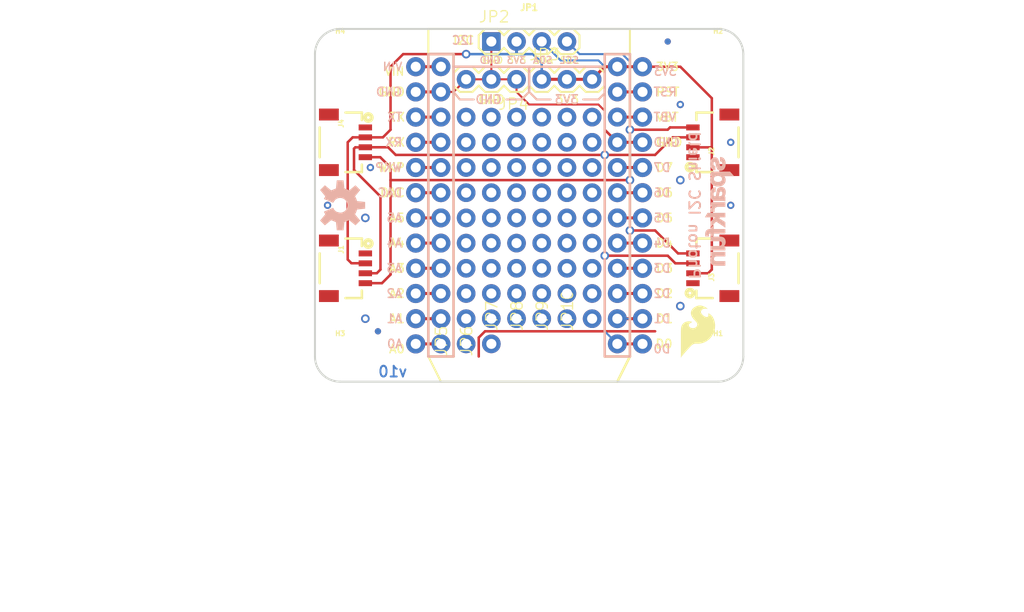
<source format=kicad_pcb>
(kicad_pcb (version 20211014) (generator pcbnew)
  (layers (0 "F.Cu" signal) (31 "B.Cu" signal) (34 "B.Paste" user) (35 "F.Paste" user) (36 "B.SilkS" user "B.Silkscreen") (37 "F.SilkS" user "F.Silkscreen") (38 "B.Mask" user) (39 "F.Mask" user) (44 "Edge.Cuts" user))
  (net 0 "")
  (net 1 "GND")
  (net 2 "VIN")
  (net 3 "TX")
  (net 4 "RX")
  (net 5 "WKP")
  (net 6 "DAC")
  (net 7 "A5")
  (net 8 "A4")
  (net 9 "A3")
  (net 10 "A2")
  (net 11 "A1")
  (net 12 "A0")
  (net 13 "RST")
  (net 14 "VBAT")
  (net 15 "D7")
  (net 16 "D6")
  (net 17 "D5")
  (net 18 "D4")
  (net 19 "D3")
  (net 20 "D2")
  (net 21 "SCL")
  (net 22 "SDA")
  (net 23 "VCC")
  (footprint "boardEagle:1X04_1MM_RA" (layer "F.Cu") (at 165.0111 111.3536 90)
    (fp_text reference "J3" (at -1.397 2.159 90) (layer "F.SilkS") (effects (font (size 0.48768 0.48768) (thickness 0.12192)) (justify left bottom)))
    (fp_text value "")
    (pad "1" smd rect (at -1.5 0 90) (size 0.6 1.35) (layers "F.Cu" "F.Paste" "F.Mask") (net 1 "GND"))
    (pad "2" smd rect (at -0.5 0 90) (size 0.6 1.35) (layers "F.Cu" "F.Paste" "F.Mask") (net 23 "VCC"))
    (pad "3" smd rect (at 0.5 0 90) (size 0.6 1.35) (layers "F.Cu" "F.Paste" "F.Mask") (net 22 "SDA"))
    (pad "4" smd rect (at 1.5 0 90) (size 0.6 1.35) (layers "F.Cu" "F.Paste" "F.Mask") (net 21 "SCL"))
    (pad "NC1" smd rect (at 2.8 3.675 90) (size 1.2 2) (layers "F.Cu" "F.Paste" "F.Mask"))
    (pad "NC2" smd rect (at -2.8 3.675 90) (size 1.2 2) (layers "F.Cu" "F.Paste" "F.Mask"))
  )
  (footprint "boardEagle:CREATIVE_COMMONS" (layer "F.Cu") (at 115.4811 143.1036)
    (fp_text reference "FRAME1" hide)
    (fp_text value "FRAME-LETTER" hide)
  )
  (footprint "boardEagle:PARTICLE_PHOTON_TEMPLATE_NO_STANDOFF" (layer "F.Cu") (at 148.5011 103.7336)
    (fp_text reference "JP1" (at 0 -18.288) (layer "F.SilkS") (effects (font (size 0.65024 0.65024) (thickness 0.16256)) (justify bottom)))
    (fp_text value "PARTICLE_PHOTONTEMPLATE_NO_STANDOFF")
    (fp_text user "D2" (at 12.446 10.16) (layer "B.SilkS") (effects (font (size 0.8636 0.8636) (thickness 0.1524)) (justify right mirror)))
    (fp_text user "3V3" (at 12.4968 -12.7) (layer "B.SilkS") (effects (font (size 0.82042 0.82042) (thickness 0.14478)) (justify right top mirror)))
    (fp_text user "D0" (at 12.446 15.24) (layer "B.SilkS") (effects (font (size 0.8636 0.8636) (thickness 0.1524)) (justify right top mirror)))
    (fp_text user "RST" (at 12.446 -10.16) (layer "B.SilkS") (effects (font (size 0.8636 0.8636) (thickness 0.1524)) (justify right mirror)))
    (fp_text user "D4" (at 12.446 5.08) (layer "B.SilkS") (effects (font (size 0.8636 0.8636) (thickness 0.1524)) (justify right mirror)))
    (fp_text user "D1" (at 12.446 12.7) (layer "B.SilkS") (effects (font (size 0.8636 0.8636) (thickness 0.1524)) (justify right mirror)))
    (fp_text user "A4" (at -12.7 5.08) (layer "B.SilkS") (effects (font (size 0.8636 0.8636) (thickness 0.1524)) (justify left mirror)))
    (fp_text user "D3" (at 12.446 7.62) (layer "B.SilkS") (effects (font (size 0.8636 0.8636) (thickness 0.1524)) (justify right mirror)))
    (fp_text user "GND" (at 12.446 -5.08) (layer "B.SilkS") (effects (font (size 0.8636 0.8636) (thickness 0.1524)) (justify right mirror)))
    (fp_text user "A3" (at -12.7 7.62) (layer "B.SilkS") (effects (font (size 0.8636 0.8636) (thickness 0.1524)) (justify left mirror)))
    (fp_text user "TX" (at -12.7 -7.62) (layer "B.SilkS") (effects (font (size 0.8636 0.8636) (thickness 0.1524)) (justify left mirror)))
    (fp_text user "GND" (at -12.7 -10.16) (layer "B.SilkS") (effects (font (size 0.8636 0.8636) (thickness 0.1524)) (justify left mirror)))
    (fp_text user "D6" (at 12.446 0) (layer "B.SilkS") (effects (font (size 0.8636 0.8636) (thickness 0.1524)) (justify right mirror)))
    (fp_text user "WKP" (at -12.7 -2.54) (layer "B.SilkS") (effects (font (size 0.8636 0.8636) (thickness 0.1524)) (justify left mirror)))
    (fp_text user "RX" (at -12.7 -5.08) (layer "B.SilkS") (effects (font (size 0.8636 0.8636) (thickness 0.1524)) (justify left mirror)))
    (fp_text user "VIN" (at -12.7 -12.7) (layer "B.SilkS") (effects (font (size 0.82042 0.82042) (thickness 0.14478)) (justify left mirror)))
    (fp_text user "A5" (at -12.7 2.54) (layer "B.SilkS") (effects (font (size 0.8636 0.8636) (thickness 0.1524)) (justify left mirror)))
    (fp_text user "DAC" (at -12.7 0) (layer "B.SilkS") (effects (font (size 0.8636 0.8636) (thickness 0.1524)) (justify left mirror)))
    (fp_text user "A1" (at -12.7 12.7) (layer "B.SilkS") (effects (font (size 0.8636 0.8636) (thickness 0.1524)) (justify left mirror)))
    (fp_text user "A0" (at -12.6492 15.24) (layer "B.SilkS") (effects (font (size 0.8636 0.8636) (thickness 0.1524)) (justify left mirror)))
    (fp_text user "D5" (at 12.446 2.54) (layer "B.SilkS") (effects (font (size 0.8636 0.8636) (thickness 0.1524)) (justify right mirror)))
    (fp_text user "D7" (at 12.446 -2.54) (layer "B.SilkS") (effects (font (size 0.8636 0.8636) (thickness 0.1524)) (justify right mirror)))
    (fp_text user "VBT" (at 12.446 -7.62) (layer "B.SilkS") (effects (font (size 0.8636 0.8636) (thickness 0.1524)) (justify right mirror)))
    (fp_text user "A2" (at -12.7 10.16) (layer "B.SilkS") (effects (font (size 0.8636 0.8636) (thickness 0.1524)) (justify left mirror)))
    (fp_text user "A1" (at -12.446 12.7) (layer "F.SilkS") (effects (font (size 0.8636 0.8636) (thickness 0.1524)) (justify right)))
    (fp_text user "A0" (at -12.446 15.24) (layer "F.SilkS") (effects (font (size 0.8636 0.8636) (thickness 0.1524)) (justify right top)))
    (fp_text user "GND" (at 12.7 -5.08) (layer "F.SilkS") (effects (font (size 0.8636 0.8636) (thickness 0.1524)) (justify left)))
    (fp_text user "TX" (at -12.446 -7.62) (layer "F.SilkS") (effects (font (size 0.8636 0.8636) (thickness 0.1524)) (justify right)))
    (fp_text user "D0" (at 12.6492 15.24) (layer "F.SilkS") (effects (font (size 0.8636 0.8636) (thickness 0.1524)) (justify left)))
    (fp_text user "RX" (at -12.446 -5.08) (layer "F.SilkS") (effects (font (size 0.8636 0.8636) (thickness 0.1524)) (justify right)))
    (fp_text user "DAC" (at -12.446 0) (layer "F.SilkS") (effects (font (size 0.8636 0.8636) (thickness 0.1524)) (justify right)))
    (fp_text user "RST" (at 12.7 -10.16) (layer "F.SilkS") (effects (font (size 0.8636 0.8636) (thickness 0.1524)) (justify left)))
    (fp_text user "A4" (at -12.446 5.08) (layer "F.SilkS") (effects (font (size 0.8636 0.8636) (thickness 0.1524)) (justify right)))
    (fp_text user "GND" (at -12.446 -10.16) (layer "F.SilkS") (effects (font (size 0.8636 0.8636) (thickness 0.1524)) (justify right)))
    (fp_text user "3V3" (at 12.7 -12.7) (layer "F.SilkS") (effects (font (size 0.82042 0.82042) (thickness 0.14478)) (justify left)))
    (fp_text user "VIN" (at -12.4968 -12.7) (layer "F.SilkS") (effects (font (size 0.82042 0.82042) (thickness 0.14478)) (justify right top)))
    (fp_text user "D2" (at 12.7 10.16) (layer "F.SilkS") (effects (font (size 0.8636 0.8636) (thickness 0.1524)) (justify left)))
    (fp_text user "D7" (at 12.7 -2.54) (layer "F.SilkS") (effects (font (size 0.8636 0.8636) (thickness 0.1524)) (justify left)))
    (fp_text user "D4" (at 12.7 5.08) (layer "F.SilkS") (effects (font (size 0.8636 0.8636) (thickness 0.1524)) (justify left)))
    (fp_text user "A2" (at -12.446 10.16) (layer "F.SilkS") (effects (font (size 0.8636 0.8636) (thickness 0.1524)) (justify right)))
    (fp_text user "D3" (at 12.7 7.62) (layer "F.SilkS") (effects (font (size 0.8636 0.8636) (thickness 0.1524)) (justify left)))
    (fp_text user "D5" (at 12.7 2.54) (layer "F.SilkS") (effects (font (size 0.8636 0.8636) (thickness 0.1524)) (justify left)))
    (fp_text user "VBT" (at 12.7 -7.62) (layer "F.SilkS") (effects (font (size 0.8636 0.8636) (thickness 0.1524)) (justify left)))
    (fp_text user "D1" (at 12.7 12.7) (layer "F.SilkS") (effects (font (size 0.8636 0.8636) (thickness 0.1524)) (justify left)))
    (fp_text user "D6" (at 12.7 0) (layer "F.SilkS") (effects (font (size 0.8636 0.8636) (thickness 0.1524)) (justify left)))
    (fp_text user "A5" (at -12.446 2.54) (layer "F.SilkS") (effects (font (size 0.8636 0.8636) (thickness 0.1524)) (justify right)))
    (fp_text user "WKP" (at -12.446 -2.54) (layer "F.SilkS") (effects (font (size 0.8636 0.8636) (thickness 0.1524)) (justify right)))
    (fp_text user "A3" (at -12.446 7.62) (layer "F.SilkS") (effects (font (size 0.8636 0.8636) (thickness 0.1524)) (justify right)))
    (fp_line (start 8.89 5.08) (end 11.43 5.08) (layer "F.Cu") (width 0.3048))
    (fp_line (start -11.43 12.7) (end -8.89 12.7) (layer "F.Cu") (width 0.3048))
    (fp_line (start -11.43 0) (end -8.89 0) (layer "F.Cu") (width 0.3048))
    (fp_line (start -11.43 -12.7) (end -8.89 -12.7) (layer "F.Cu") (width 0.3048))
    (fp_line (start 8.89 -12.7) (end 11.43 -12.7) (layer "F.Cu") (width 0.3048))
    (fp_line (start 8.89 2.54) (end 11.43 2.54) (layer "F.Cu") (width 0.3048))
    (fp_line (start -8.89 -10.16) (end -11.43 -10.16) (layer "F.Cu") (width 0.3048))
    (fp_line (start -11.43 7.62) (end -8.89 7.62) (layer "F.Cu") (width 0.3048))
    (fp_line (start -11.43 -7.62) (end -8.89 -7.62) (layer "F.Cu") (width 0.3048))
    (fp_line (start 8.89 15.24) (end 11.43 15.24) (layer "F.Cu") (width 0.3048))
    (fp_line (start 8.89 -7.62) (end 11.43 -7.62) (layer "F.Cu") (width 0.3048))
    (fp_line (start -11.43 -5.08) (end -8.89 -5.08) (layer "F.Cu") (width 0.3048))
    (fp_line (start 8.89 0) (end 11.43 0) (layer "F.Cu") (width 0.3048))
    (fp_line (start -11.43 -2.54) (end -8.89 -2.54) (layer "F.Cu") (width 0.3048))
    (fp_line (start -11.43 2.54) (end -8.89 2.54) (layer "F.Cu") (width 0.3048))
    (fp_line (start -11.43 5.08) (end -8.89 5.08) (layer "F.Cu") (width 0.3048))
    (fp_line (start 8.89 -2.54) (end 11.43 -2.54) (layer "F.Cu") (width 0.3048))
    (fp_line (start -11.43 15.24) (end -8.89 15.24) (layer "F.Cu") (width 0.3048))
    (fp_line (start 8.89 -10.16) (end 11.43 -10.16) (layer "F.Cu") (width 0.3048))
    (fp_line (start 8.89 12.7) (end 11.43 12.7) (layer "F.Cu") (width 0.3048))
    (fp_line (start 8.89 10.16) (end 11.43 10.16) (layer "F.Cu") (width 0.3048))
    (fp_line (start 8.89 -5.08) (end 11.43 -5.08) (layer "F.Cu") (width 0.3048))
    (fp_line (start -11.43 10.16) (end -8.89 10.16) (layer "F.Cu") (width 0.3048))
    (fp_line (start 8.89 7.62) (end 11.43 7.62) (layer "F.Cu") (width 0.3048))
    (pad "1" thru_hole circle (at -8.89 -12.7) (size 1.905 1.905) (drill 1.016) (layers *.Cu *.Mask) (net 2 "VIN"))
    (pad "2" thru_hole circle (at -8.89 -10.16) (size 1.905 1.905) (drill 1.016) (layers *.Cu *.Mask) (net 1 "GND"))
    (pad "3" thru_hole circle (at -8.89 -7.62) (size 1.905 1.905) (drill 1.016) (layers *.Cu *.Mask) (net 3 "TX"))
    (pad "3V3" thru_hole circle (at 11.43 -12.7 0.1) (size 1.9304 1.9304) (drill 1.016) (layers *.Cu *.Mask) (net 23 "VCC"))
    (pad "4" thru_hole circle (at -8.89 -5.08) (size 1.905 1.905) (drill 1.016) (layers *.Cu *.Mask) (net 4 "RX"))
    (pad "5" thru_hole circle (at -8.89 -2.54) (size 1.905 1.905) (drill 1.016) (layers *.Cu *.Mask) (net 5 "WKP"))
    (pad "6" thru_hole circle (at -8.89 0) (size 1.905 1.905) (drill 1.016) (layers *.Cu *.Mask) (net 6 "DAC"))
    (pad "7" thru_hole circle (at -8.89 2.54) (size 1.905 1.905) (drill 1.016) (layers *.Cu *.Mask) (net 7 "A5"))
    (pad "8" thru_hole circle (at -8.89 5.08) (size 1.905 1.905) (drill 1.016) (layers *.Cu *.Mask) (net 8 "A4"))
    (pad "9" thru_hole circle (at -8.89 7.62) (size 1.905 1.905) (drill 1.016) (layers *.Cu *.Mask) (net 9 "A3"))
    (pad "10" thru_hole circle (at -8.89 10.16) (size 1.905 1.905) (drill 1.016) (layers *.Cu *.Mask) (net 10 "A2"))
    (pad "11" thru_hole circle (at -8.89 12.7) (size 1.905 1.905) (drill 1.016) (layers *.Cu *.Mask) (net 11 "A1"))
    (pad "12" thru_hole circle (at -8.89 15.24) (size 1.905 1.905) (drill 1.016) (layers *.Cu *.Mask) (net 12 "A0"))
    (pad "13" thru_hole circle (at 8.89 15.24) (size 1.905 1.905) (drill 1.016) (layers *.Cu *.Mask) (net 22 "SDA"))
    (pad "14" thru_hole circle (at 8.89 12.7) (size 1.905 1.905) (drill 1.016) (layers *.Cu *.Mask) (net 21 "SCL"))
    (pad "15" thru_hole circle (at 8.89 10.16) (size 1.905 1.905) (drill 1.016) (layers *.Cu *.Mask) (net 20 "D2"))
    (pad "16" thru_hole circle (at 8.89 7.62) (size 1.905 1.905) (drill 1.016) (layers *.Cu *.Mask) (net 19 "D3"))
    (pad "17" thru_hole circle (at 8.89 5.08) (size 1.905 1.905) (drill 1.016) (layers *.Cu *.Mask) (net 18 "D4"))
    (pad "18" thru_hole circle (at 8.89 2.54) (size 1.905 1.905) (drill 1.016) (layers *.Cu *.Mask) (net 17 "D5"))
    (pad "19" thru_hole circle (at 8.89 0) (size 1.905 1.905) (drill 1.016) (layers *.Cu *.Mask) (net 16 "D6"))
    (pad "20" thru_hole circle (at 8.89 -2.54) (size 1.905 1.905) (drill 1.016) (layers *.Cu *.Mask) (net 15 "D7"))
    (pad "21" thru_hole circle (at 8.89 -5.08) (size 1.905 1.905) (drill 1.016) (layers *.Cu *.Mask) (net 1 "GND"))
    (pad "22" thru_hole circle (at 8.89 -7.62) (size 1.905 1.905) (drill 1.016) (layers *.Cu *.Mask) (net 14 "VBAT"))
    (pad "23" thru_hole circle (at 8.89 -10.16) (size 1.905 1.905) (drill 1.016) (layers *.Cu *.Mask) (net 13 "RST"))
    (pad "24" thru_hole circle (at 8.89 -12.7) (size 1.905 1.905) (drill 1.016) (layers *.Cu *.Mask) (net 23 "VCC"))
    (pad "A0" thru_hole circle (at -11.43 15.24 0.1) (size 1.9304 1.9304) (drill 1.016) (layers *.Cu *.Mask) (net 12 "A0"))
    (pad "A1" thru_hole circle (at -11.43 12.7 0.1) (size 1.9304 1.9304) (drill 1.016) (layers *.Cu *.Mask) (net 11 "A1"))
    (pad "A2" thru_hole circle (at -11.43 10.16 0.1) (size 1.9304 1.9304) (drill 1.016) (layers *.Cu *.Mask) (net 10 "A2"))
    (pad "A3" thru_hole circle (at -11.43 7.62 0.1) (size 1.9304 1.9304) (drill 1.016) (layers *.Cu *.Mask) (net 9 "A3"))
    (pad "A4" thru_hole circle (at -11.43 5.08 0.1) (size 1.9304 1.9304) (drill 1.016) (layers *.Cu *.Mask) (net 8 "A4"))
    (pad "A5" thru_hole circle (at -11.43 2.54 0.1) (size 1.9304 1.9304) (drill 1.016) (layers *.Cu *.Mask) (net 7 "A5"))
    (pad "D0" thru_hole circle (at 11.43 15.24 0.1) (size 1.9304 1.9304) (drill 1.016) (layers *.Cu *.Mask) (net 22 "SDA"))
    (pad "D1" thru_hole circle (at 11.43 12.7 0.1) (size 1.9304 1.9304) (drill 1.016) (layers *.Cu *.Mask) (net 21 "SCL"))
    (pad "D2" thru_hole circle (at 11.43 10.16 0.1) (size 1.9304 1.9304) (drill 1.016) (layers *.Cu *.Mask) (net 20 "D2"))
    (pad "D3" thru_hole circle (at 11.43 7.62 0.1) (size 1.9304 1.9304) (drill 1.016) (layers *.Cu *.Mask) (net 19 "D3"))
    (pad "D4" thru_hole circle (at 11.43 5.08 0.1) (size 1.9304 1.9304) (drill 1.016) (layers *.Cu *.Mask) (net 18 "D4"))
    (pad "D5" thru_hole circle (at 11.43 2.54 0.1) (size 1.9304 1.9304) (drill 1.016) (layers *.Cu *.Mask) (net 17 "D5"))
    (pad "D6" thru_hole circle (at 11.43 0 0.1) (size 1.9304 1.9304) (drill 1.016) (layers *.Cu *.Mask) (net 16 "D6"))
    (pad "D7" thru_hole circle (at 11.43 -2.54 0.1) (size 1.9304 1.9304) (drill 1.016) (layers *.Cu *.Mask) (net 15 "D7"))
    (pad "DAC" thru_hole circle (at -11.43 0 0.1) (size 1.9304 1.9304) (drill 1.016) (layers *.Cu *.Mask) (net 6 "DAC"))
    (pad "GND@0" thru_hole circle (at -11.43 -10.16 0.1) (size 1.9304 1.9304) (drill 1.016) (layers *.Cu *.Mask) (net 1 "GND"))
    (pad "GND@2" thru_hole circle (at 11.43 -5.08 0.1) (size 1.9304 1.9304) (drill 1.016) (layers *.Cu *.Mask) (net 1 "GND"))
    (pad "RST" thru_hole circle (at 11.43 -10.16 0.1) (size 1.9304 1.9304) (drill 1.016) (layers *.Cu *.Mask) (net 13 "RST"))
    (pad "RX" thru_hole circle (at -11.43 -5.08 0.1) (size 1.9304 1.9304) (drill 1.016) (layers *.Cu *.Mask) (net 4 "RX"))
    (pad "TX" thru_hole circle (at -11.43 -7.62 0.1) (size 1.9304 1.9304) (drill 1.016) (layers *.Cu *.Mask) (net 3 "TX"))
    (pad "VBAT" thru_hole circle (at 11.43 -7.62 0.1) (size 1.9304 1.9304) (drill 1.016) (layers *.Cu *.Mask) (net 14 "VBAT"))
    (pad "VIN" thru_hole circle (at -11.43 -12.7 0.1) (size 1.9304 1.9304) (drill 1.016) (layers *.Cu *.Mask) (net 2 "VIN"))
    (pad "WKP" thru_hole circle (at -11.43 -2.54 0.1) (size 1.9304 1.9304) (drill 1.016) (layers *.Cu *.Mask) (net 5 "WKP"))
  )
  (footprint "boardEagle:FIDUCIAL-MICRO" (layer "F.Cu") (at 133.2611 117.7036)
    (fp_text reference "FD1" hide)
    (fp_text value "FIDUCIALUFIDUCIAL" hide)
    (pad "1" smd roundrect (at 0 0) (size 0.635 0.635) (layers "F.Cu" "F.Mask") (roundrect_rratio 0.5))
  )
  (footprint "boardEagle:STAND-OFF" (layer "F.Cu") (at 167.5511 120.2436)
    (fp_text reference "H1" (at 0 -2.032) (layer "F.SilkS") (effects (font (size 0.48768 0.48768) (thickness 0.12192)) (justify bottom)))
    (fp_text value "STAND-OFF")
    (pad "" np_thru_hole circle (at 0 0) (size 3.302 3.302) (drill 3.302) (layers *.Cu *.Mask))
  )
  (footprint "boardEagle:REVISION" (layer "F.Cu") (at 126.9111 145.6436)
    (fp_text reference "LOGO2" hide)
    (fp_text value "REVISION" hide)
  )
  (footprint "boardEagle:1X09_NO_SILK" (layer "F.Cu") (at 154.8511 116.4336 90)
    (fp_text reference "JP10" (at -1.3462 -1.8288 90) (layer "F.SilkS") (effects (font (size 1.143 1.143) (thickness 0.127)) (justify left bottom)))
    (fp_text value "")
    (pad "1" thru_hole circle (at 0 0 180) (size 1.8796 1.8796) (drill 1.016) (layers *.Cu *.Mask))
    (pad "2" thru_hole circle (at 2.54 0 180) (size 1.8796 1.8796) (drill 1.016) (layers *.Cu *.Mask))
    (pad "3" thru_hole circle (at 5.08 0 180) (size 1.8796 1.8796) (drill 1.016) (layers *.Cu *.Mask))
    (pad "4" thru_hole circle (at 7.62 0 180) (size 1.8796 1.8796) (drill 1.016) (layers *.Cu *.Mask))
    (pad "5" thru_hole circle (at 10.16 0 180) (size 1.8796 1.8796) (drill 1.016) (layers *.Cu *.Mask))
    (pad "6" thru_hole circle (at 12.7 0 180) (size 1.8796 1.8796) (drill 1.016) (layers *.Cu *.Mask))
    (pad "7" thru_hole circle (at 15.24 0 180) (size 1.8796 1.8796) (drill 1.016) (layers *.Cu *.Mask))
    (pad "8" thru_hole circle (at 17.78 0 180) (size 1.8796 1.8796) (drill 1.016) (layers *.Cu *.Mask))
    (pad "9" thru_hole circle (at 20.32 0 180) (size 1.8796 1.8796) (drill 1.016) (layers *.Cu *.Mask))
  )
  (footprint "boardEagle:1X10_NO_SILK" (layer "F.Cu") (at 142.1511 118.9736 90)
    (fp_text reference "JP5" (at -1.3462 -1.8288 90) (layer "F.SilkS") (effects (font (size 1.143 1.143) (thickness 0.127)) (justify left bottom)))
    (fp_text value "")
    (pad "1" thru_hole circle (at 0 0 180) (size 1.8796 1.8796) (drill 1.016) (layers *.Cu *.Mask))
    (pad "2" thru_hole circle (at 2.54 0 180) (size 1.8796 1.8796) (drill 1.016) (layers *.Cu *.Mask))
    (pad "3" thru_hole circle (at 5.08 0 180) (size 1.8796 1.8796) (drill 1.016) (layers *.Cu *.Mask))
    (pad "4" thru_hole circle (at 7.62 0 180) (size 1.8796 1.8796) (drill 1.016) (layers *.Cu *.Mask))
    (pad "5" thru_hole circle (at 10.16 0 180) (size 1.8796 1.8796) (drill 1.016) (layers *.Cu *.Mask))
    (pad "6" thru_hole circle (at 12.7 0 180) (size 1.8796 1.8796) (drill 1.016) (layers *.Cu *.Mask))
    (pad "7" thru_hole circle (at 15.24 0 180) (size 1.8796 1.8796) (drill 1.016) (layers *.Cu *.Mask))
    (pad "8" thru_hole circle (at 17.78 0 180) (size 1.8796 1.8796) (drill 1.016) (layers *.Cu *.Mask))
    (pad "9" thru_hole circle (at 20.32 0 180) (size 1.8796 1.8796) (drill 1.016) (layers *.Cu *.Mask))
    (pad "10" thru_hole circle (at 22.86 0 180) (size 1.8796 1.8796) (drill 1.016) (layers *.Cu *.Mask))
  )
  (footprint "boardEagle:1X03" (layer "F.Cu") (at 147.2311 92.3036 180)
    (fp_text reference "JP4" (at -1.3462 -1.8288 180) (layer "F.SilkS") (effects (font (size 1.143 1.143) (thickness 0.127)) (justify right top)))
    (fp_text value "")
    (pad "1" thru_hole circle (at 0 0 270) (size 1.8796 1.8796) (drill 1.016) (layers *.Cu *.Mask) (net 1 "GND"))
    (pad "2" thru_hole circle (at 2.54 0 270) (size 1.8796 1.8796) (drill 1.016) (layers *.Cu *.Mask) (net 1 "GND"))
    (pad "3" thru_hole circle (at 5.08 0 270) (size 1.8796 1.8796) (drill 1.016) (layers *.Cu *.Mask) (net 1 "GND"))
  )
  (footprint "boardEagle:SFE_LOGO_FLAME_.2" (layer "F.Cu") (at 163.4871 120.4976)
    (fp_text reference "U$1" hide)
    (fp_text value "" hide)
  )
  (footprint "boardEagle:1X04" (layer "F.Cu") (at 144.6911 88.4936)
    (fp_text reference "JP2" (at -1.3462 -1.8288) (layer "F.SilkS") (effects (font (size 1.143 1.143) (thickness 0.127)) (justify left bottom)))
    (fp_text value "")
    (pad "1" thru_hole rect (at 0 0 90) (size 1.8796 1.8796) (drill 1.016) (layers *.Cu *.Mask) (net 1 "GND"))
    (pad "2" thru_hole circle (at 2.54 0 90) (size 1.8796 1.8796) (drill 1.016) (layers *.Cu *.Mask) (net 23 "VCC"))
    (pad "3" thru_hole circle (at 5.08 0 90) (size 1.8796 1.8796) (drill 1.016) (layers *.Cu *.Mask) (net 22 "SDA"))
    (pad "4" thru_hole circle (at 7.62 0 90) (size 1.8796 1.8796) (drill 1.016) (layers *.Cu *.Mask) (net 21 "SCL"))
  )
  (footprint "boardEagle:STAND-OFF" (layer "F.Cu") (at 129.4511 120.2436)
    (fp_text reference "H3" (at 0 -2.032) (layer "F.SilkS") (effects (font (size 0.48768 0.48768) (thickness 0.12192)) (justify bottom)))
    (fp_text value "STAND-OFF")
    (pad "" np_thru_hole circle (at 0 0) (size 3.302 3.302) (drill 3.302) (layers *.Cu *.Mask))
  )
  (footprint "boardEagle:1X03" (layer "F.Cu") (at 149.7711 92.3036)
    (fp_text reference "JP3" (at -1.3462 -1.8288) (layer "F.SilkS") (effects (font (size 1.143 1.143) (thickness 0.127)) (justify left bottom)))
    (fp_text value "")
    (pad "1" thru_hole circle (at 0 0 90) (size 1.8796 1.8796) (drill 1.016) (layers *.Cu *.Mask) (net 23 "VCC"))
    (pad "2" thru_hole circle (at 2.54 0 90) (size 1.8796 1.8796) (drill 1.016) (layers *.Cu *.Mask) (net 23 "VCC"))
    (pad "3" thru_hole circle (at 5.08 0 90) (size 1.8796 1.8796) (drill 1.016) (layers *.Cu *.Mask) (net 23 "VCC"))
  )
  (footprint "boardEagle:1X09_NO_SILK" (layer "F.Cu") (at 152.3111 116.4336 90)
    (fp_text reference "JP9" (at -1.3462 -1.8288 90) (layer "F.SilkS") (effects (font (size 1.143 1.143) (thickness 0.127)) (justify left bottom)))
    (fp_text value "")
    (pad "1" thru_hole circle (at 0 0 180) (size 1.8796 1.8796) (drill 1.016) (layers *.Cu *.Mask))
    (pad "2" thru_hole circle (at 2.54 0 180) (size 1.8796 1.8796) (drill 1.016) (layers *.Cu *.Mask))
    (pad "3" thru_hole circle (at 5.08 0 180) (size 1.8796 1.8796) (drill 1.016) (layers *.Cu *.Mask))
    (pad "4" thru_hole circle (at 7.62 0 180) (size 1.8796 1.8796) (drill 1.016) (layers *.Cu *.Mask))
    (pad "5" thru_hole circle (at 10.16 0 180) (size 1.8796 1.8796) (drill 1.016) (layers *.Cu *.Mask))
    (pad "6" thru_hole circle (at 12.7 0 180) (size 1.8796 1.8796) (drill 1.016) (layers *.Cu *.Mask))
    (pad "7" thru_hole circle (at 15.24 0 180) (size 1.8796 1.8796) (drill 1.016) (layers *.Cu *.Mask))
    (pad "8" thru_hole circle (at 17.78 0 180) (size 1.8796 1.8796) (drill 1.016) (layers *.Cu *.Mask))
    (pad "9" thru_hole circle (at 20.32 0 180) (size 1.8796 1.8796) (drill 1.016) (layers *.Cu *.Mask))
  )
  (footprint "boardEagle:1X04_1MM_RA" (layer "F.Cu") (at 165.0111 98.6536 90)
    (fp_text reference "J2" (at -1.397 2.159 90) (layer "F.SilkS") (effects (font (size 0.48768 0.48768) (thickness 0.12192)) (justify left bottom)))
    (fp_text value "")
    (pad "1" smd rect (at -1.5 0 90) (size 0.6 1.35) (layers "F.Cu" "F.Paste" "F.Mask") (net 1 "GND"))
    (pad "2" smd rect (at -0.5 0 90) (size 0.6 1.35) (layers "F.Cu" "F.Paste" "F.Mask") (net 23 "VCC"))
    (pad "3" smd rect (at 0.5 0 90) (size 0.6 1.35) (layers "F.Cu" "F.Paste" "F.Mask") (net 22 "SDA"))
    (pad "4" smd rect (at 1.5 0 90) (size 0.6 1.35) (layers "F.Cu" "F.Paste" "F.Mask") (net 21 "SCL"))
    (pad "NC1" smd rect (at 2.8 3.675 90) (size 1.2 2) (layers "F.Cu" "F.Paste" "F.Mask"))
    (pad "NC2" smd rect (at -2.8 3.675 90) (size 1.2 2) (layers "F.Cu" "F.Paste" "F.Mask"))
  )
  (footprint "boardEagle:FIDUCIAL-MICRO" (layer "F.Cu") (at 162.4711 88.4936)
    (fp_text reference "FD3" hide)
    (fp_text value "FIDUCIALUFIDUCIAL" hide)
    (pad "1" smd roundrect (at 0 0) (size 0.635 0.635) (layers "F.Cu" "F.Mask") (roundrect_rratio 0.5))
  )
  (footprint "boardEagle:STAND-OFF" (layer "F.Cu") (at 167.5511 89.7636)
    (fp_text reference "H2" (at 0 -2.032) (layer "F.SilkS") (effects (font (size 0.48768 0.48768) (thickness 0.12192)) (justify bottom)))
    (fp_text value "STAND-OFF")
    (pad "" np_thru_hole circle (at 0 0) (size 3.302 3.302) (drill 3.302) (layers *.Cu *.Mask))
  )
  (footprint "boardEagle:1X10_NO_SILK" (layer "F.Cu") (at 144.6911 118.9736 90)
    (fp_text reference "JP6" (at -1.3462 -1.8288 90) (layer "F.SilkS") (effects (font (size 1.143 1.143) (thickness 0.127)) (justify left bottom)))
    (fp_text value "")
    (pad "1" thru_hole circle (at 0 0 180) (size 1.8796 1.8796) (drill 1.016) (layers *.Cu *.Mask))
    (pad "2" thru_hole circle (at 2.54 0 180) (size 1.8796 1.8796) (drill 1.016) (layers *.Cu *.Mask))
    (pad "3" thru_hole circle (at 5.08 0 180) (size 1.8796 1.8796) (drill 1.016) (layers *.Cu *.Mask))
    (pad "4" thru_hole circle (at 7.62 0 180) (size 1.8796 1.8796) (drill 1.016) (layers *.Cu *.Mask))
    (pad "5" thru_hole circle (at 10.16 0 180) (size 1.8796 1.8796) (drill 1.016) (layers *.Cu *.Mask))
    (pad "6" thru_hole circle (at 12.7 0 180) (size 1.8796 1.8796) (drill 1.016) (layers *.Cu *.Mask))
    (pad "7" thru_hole circle (at 15.24 0 180) (size 1.8796 1.8796) (drill 1.016) (layers *.Cu *.Mask))
    (pad "8" thru_hole circle (at 17.78 0 180) (size 1.8796 1.8796) (drill 1.016) (layers *.Cu *.Mask))
    (pad "9" thru_hole circle (at 20.32 0 180) (size 1.8796 1.8796) (drill 1.016) (layers *.Cu *.Mask))
    (pad "10" thru_hole circle (at 22.86 0 180) (size 1.8796 1.8796) (drill 1.016) (layers *.Cu *.Mask))
  )
  (footprint "boardEagle:STAND-OFF" (layer "F.Cu") (at 129.4511 89.7636)
    (fp_text reference "H4" (at 0 -2.032) (layer "F.SilkS") (effects (font (size 0.48768 0.48768) (thickness 0.12192)) (justify bottom)))
    (fp_text value "STAND-OFF")
    (pad "" np_thru_hole circle (at 0 0) (size 3.302 3.302) (drill 3.302) (layers *.Cu *.Mask))
  )
  (footprint "boardEagle:1X04_1MM_RA" (layer "F.Cu") (at 131.9911 98.6536 -90)
    (fp_text reference "J4" (at -1.397 2.159 -90) (layer "F.SilkS") (effects (font (size 0.48768 0.48768) (thickness 0.12192)) (justify left bottom)))
    (fp_text value "")
    (pad "1" smd rect (at -1.5 0 270) (size 0.6 1.35) (layers "F.Cu" "F.Paste" "F.Mask") (net 1 "GND"))
    (pad "2" smd rect (at -0.5 0 270) (size 0.6 1.35) (layers "F.Cu" "F.Paste" "F.Mask") (net 23 "VCC"))
    (pad "3" smd rect (at 0.5 0 270) (size 0.6 1.35) (layers "F.Cu" "F.Paste" "F.Mask") (net 22 "SDA"))
    (pad "4" smd rect (at 1.5 0 270) (size 0.6 1.35) (layers "F.Cu" "F.Paste" "F.Mask") (net 21 "SCL"))
    (pad "NC1" smd rect (at 2.8 3.675 270) (size 1.2 2) (layers "F.Cu" "F.Paste" "F.Mask"))
    (pad "NC2" smd rect (at -2.8 3.675 270) (size 1.2 2) (layers "F.Cu" "F.Paste" "F.Mask"))
  )
  (footprint "boardEagle:1X04_1MM_RA" (layer "F.Cu") (at 131.9911 111.3536 -90)
    (fp_text reference "J1" (at -1.397 2.159 -90) (layer "F.SilkS") (effects (font (size 0.48768 0.48768) (thickness 0.12192)) (justify left bottom)))
    (fp_text value "")
    (pad "1" smd rect (at -1.5 0 270) (size 0.6 1.35) (layers "F.Cu" "F.Paste" "F.Mask") (net 1 "GND"))
    (pad "2" smd rect (at -0.5 0 270) (size 0.6 1.35) (layers "F.Cu" "F.Paste" "F.Mask") (net 23 "VCC"))
    (pad "3" smd rect (at 0.5 0 270) (size 0.6 1.35) (layers "F.Cu" "F.Paste" "F.Mask") (net 22 "SDA"))
    (pad "4" smd rect (at 1.5 0 270) (size 0.6 1.35) (layers "F.Cu" "F.Paste" "F.Mask") (net 21 "SCL"))
    (pad "NC1" smd rect (at 2.8 3.675 270) (size 1.2 2) (layers "F.Cu" "F.Paste" "F.Mask"))
    (pad "NC2" smd rect (at -2.8 3.675 270) (size 1.2 2) (layers "F.Cu" "F.Paste" "F.Mask"))
  )
  (footprint "boardEagle:1X09_NO_SILK" (layer "F.Cu") (at 149.7711 116.4336 90)
    (fp_text reference "JP8" (at -1.3462 -1.8288 90) (layer "F.SilkS") (effects (font (size 1.143 1.143) (thickness 0.127)) (justify left bottom)))
    (fp_text value "")
    (pad "1" thru_hole circle (at 0 0 180) (size 1.8796 1.8796) (drill 1.016) (layers *.Cu *.Mask))
    (pad "2" thru_hole circle (at 2.54 0 180) (size 1.8796 1.8796) (drill 1.016) (layers *.Cu *.Mask))
    (pad "3" thru_hole circle (at 5.08 0 180) (size 1.8796 1.8796) (drill 1.016) (layers *.Cu *.Mask))
    (pad "4" thru_hole circle (at 7.62 0 180) (size 1.8796 1.8796) (drill 1.016) (layers *.Cu *.Mask))
    (pad "5" thru_hole circle (at 10.16 0 180) (size 1.8796 1.8796) (drill 1.016) (layers *.Cu *.Mask))
    (pad "6" thru_hole circle (at 12.7 0 180) (size 1.8796 1.8796) (drill 1.016) (layers *.Cu *.Mask))
    (pad "7" thru_hole circle (at 15.24 0 180) (size 1.8796 1.8796) (drill 1.016) (layers *.Cu *.Mask))
    (pad "8" thru_hole circle (at 17.78 0 180) (size 1.8796 1.8796) (drill 1.016) (layers *.Cu *.Mask))
    (pad "9" thru_hole circle (at 20.32 0 180) (size 1.8796 1.8796) (drill 1.016) (layers *.Cu *.Mask))
  )
  (footprint "boardEagle:1X09_NO_SILK" (layer "F.Cu") (at 147.2311 116.4336 90)
    (fp_text reference "JP7" (at -1.3462 -1.8288 90) (layer "F.SilkS") (effects (font (size 1.143 1.143) (thickness 0.127)) (justify left bottom)))
    (fp_text value "")
    (pad "1" thru_hole circle (at 0 0 180) (size 1.8796 1.8796) (drill 1.016) (layers *.Cu *.Mask))
    (pad "2" thru_hole circle (at 2.54 0 180) (size 1.8796 1.8796) (drill 1.016) (layers *.Cu *.Mask))
    (pad "3" thru_hole circle (at 5.08 0 180) (size 1.8796 1.8796) (drill 1.016) (layers *.Cu *.Mask))
    (pad "4" thru_hole circle (at 7.62 0 180) (size 1.8796 1.8796) (drill 1.016) (layers *.Cu *.Mask))
    (pad "5" thru_hole circle (at 10.16 0 180) (size 1.8796 1.8796) (drill 1.016) (layers *.Cu *.Mask))
    (pad "6" thru_hole circle (at 12.7 0 180) (size 1.8796 1.8796) (drill 1.016) (layers *.Cu *.Mask))
    (pad "7" thru_hole circle (at 15.24 0 180) (size 1.8796 1.8796) (drill 1.016) (layers *.Cu *.Mask))
    (pad "8" thru_hole circle (at 17.78 0 180) (size 1.8796 1.8796) (drill 1.016) (layers *.Cu *.Mask))
    (pad "9" thru_hole circle (at 20.32 0 180) (size 1.8796 1.8796) (drill 1.016) (layers *.Cu *.Mask))
  )
  (footprint "boardEagle:OSHW-LOGO-M" (layer "B.Cu") (at 129.4511 105.0036 90)
    (fp_text reference "LOGO1" hide)
    (fp_text value "OSHW-LOGOM" hide)
  )
  (footprint "boardEagle:FIDUCIAL-MICRO" (layer "B.Cu") (at 162.4711 88.4936 180)
    (fp_text reference "FD4" hide)
    (fp_text value "FIDUCIALUFIDUCIAL" hide)
    (pad "1" smd roundrect (at 0 0 180) (size 0.635 0.635) (layers "B.Cu" "B.Mask") (roundrect_rratio 0.5))
  )
  (footprint "boardEagle:SFE_LOGO_NAME_.1" (layer "B.Cu") (at 169.5831 99.6696 -90)
    (fp_text reference "U$4" hide)
    (fp_text value "SFE_LOGO_NAME.1_INCH" hide)
  )
  (footprint "boardEagle:FIDUCIAL-MICRO" (layer "B.Cu") (at 133.2611 117.7036 180)
    (fp_text reference "FD2" hide)
    (fp_text value "FIDUCIALUFIDUCIAL" hide)
    (pad "1" smd roundrect (at 0 0 180) (size 0.635 0.635) (layers "B.Cu" "B.Mask") (roundrect_rratio 0.5))
  )
  (gr_line (start 153.9621 94.3356) (end 155.4861 94.3356) (layer "B.SilkS") (width 0.2032))
  (gr_line (start 140.8811 91.0336) (end 140.8811 89.7636) (layer "B.SilkS") (width 0.254))
  (gr_line (start 156.1211 91.0336) (end 156.1211 120.2436) (layer "B.SilkS") (width 0.254))
  (gr_line (start 138.3411 120.2436) (end 140.8811 120.2436) (layer "B.SilkS") (width 0.254))
  (gr_line (start 138.3411 89.7636) (end 138.3411 120.2436) (layer "B.SilkS") (width 0.254))
  (gr_line (start 149.2631 94.3356) (end 148.6281 93.7006) (layer "B.SilkS") (width 0.2032))
  (gr_line (start 156.1211 91.0336) (end 148.5011 91.0336) (layer "B.SilkS") (width 0.254))
  (gr_line (start 156.1211 89.7636) (end 156.1211 91.0336) (layer "B.SilkS") (width 0.254))
  (gr_line (start 140.8811 120.2436) (end 140.8811 93.5736) (layer "B.SilkS") (width 0.254))
  (gr_line (start 141.5161 94.3356) (end 140.8811 93.5736) (layer "B.SilkS") (width 0.2032))
  (gr_line (start 148.5011 93.5736) (end 148.5011 91.0336) (layer "B.SilkS") (width 0.254))
  (gr_line (start 156.1211 120.2436) (end 158.6611 120.2436) (layer "B.SilkS") (width 0.254))
  (gr_line (start 147.7391 94.3356) (end 148.3741 93.7006) (layer "B.SilkS") (width 0.2032))
  (gr_line (start 158.6611 120.2436) (end 158.6611 89.7636) (layer "B.SilkS") (width 0.254))
  (gr_line (start 140.8811 91.0336) (end 140.8811 93.5736) (layer "B.SilkS") (width 0.254))
  (gr_line (start 146.2151 94.3356) (end 147.7391 94.3356) (layer "B.SilkS") (width 0.2032))
  (gr_line (start 142.9131 94.3356) (end 141.5161 94.3356) (layer "B.SilkS") (width 0.2032))
  (gr_line (start 155.4861 94.3356) (end 156.1211 93.7006) (layer "B.SilkS") (width 0.2032))
  (gr_line (start 150.6601 94.3356) (end 149.2631 94.3356) (layer "B.SilkS") (width 0.2032))
  (gr_line (start 140.8811 89.7636) (end 138.3411 89.7636) (layer "B.SilkS") (width 0.254))
  (gr_line (start 158.6611 89.7636) (end 156.1211 89.7636) (layer "B.SilkS") (width 0.254))
  (gr_line (start 148.5011 91.0336) (end 140.8811 91.0336) (layer "B.SilkS") (width 0.254))
  (gr_line (start 150.6601 94.3356) (end 149.2631 94.3356) (layer "F.SilkS") (width 0.2032))
  (gr_line (start 155.4861 94.3356) (end 156.1211 93.7006) (layer "F.SilkS") (width 0.2032))
  (gr_line (start 158.6611 120.2436) (end 158.6611 89.7636) (layer "F.SilkS") (width 0.254))
  (gr_line (start 158.6611 89.7636) (end 156.1211 89.7636) (layer "F.SilkS") (width 0.254))
  (gr_line (start 156.1211 120.2436) (end 158.6611 120.2436) (layer "F.SilkS") (width 0.254))
  (gr_line (start 147.7391 94.3356) (end 148.3741 93.7006) (layer "F.SilkS") (width 0.2032))
  (gr_line (start 142.1511 91.0336) (end 154.3431 91.0336) (layer "F.SilkS") (width 0.2032))
  (gr_line (start 141.5161 94.3356) (end 140.8811 93.5736) (layer "F.SilkS") (width 0.2032))
  (gr_line (start 156.1211 89.7636) (end 156.1211 120.2436) (layer "F.SilkS") (width 0.254))
  (gr_line (start 138.3411 89.7636) (end 140.8811 89.7636) (layer "F.SilkS") (width 0.254))
  (gr_line (start 142.9131 94.3356) (end 141.5161 94.3356) (layer "F.SilkS") (width 0.2032))
  (gr_line (start 154.3431 87.2236) (end 154.2161 87.2236) (layer "F.SilkS") (width 0.2032))
  (gr_line (start 140.8811 89.7636) (end 140.8811 120.2436) (layer "F.SilkS") (width 0.254))
  (gr_line (start 153.9621 94.3356) (end 155.4861 94.3356) (layer "F.SilkS") (width 0.2032))
  (gr_line (start 138.3411 120.2436) (end 138.3411 89.7636) (layer "F.SilkS") (width 0.254))
  (gr_line (start 149.2631 94.3356) (end 148.6281 93.7006) (layer "F.SilkS") (width 0.2032))
  (gr_line (start 140.8811 120.2436) (end 138.3411 120.2436) (layer "F.SilkS") (width 0.254))
  (gr_line (start 146.2151 94.3356) (end 147.7391 94.3356) (layer "F.SilkS") (width 0.2032))
  (gr_line (start 167.5511 122.7836) (end 129.4511 122.7836) (layer "Edge.Cuts") (width 0.2032))
  (gr_line (start 126.9111 120.2436) (end 126.9111 89.7636) (layer "Edge.Cuts") (width 0.2032))
  (gr_arc (start 167.5511 87.2236) (mid 169.347151 87.967549) (end 170.0911 89.7636) (layer "Edge.Cuts") (width 0.2032))
  (gr_arc (start 126.9111 89.7636) (mid 127.655049 87.967549) (end 129.4511 87.2236) (layer "Edge.Cuts") (width 0.2032))
  (gr_arc (start 170.0911 120.2436) (mid 169.347151 122.039651) (end 167.5511 122.7836) (layer "Edge.Cuts") (width 0.2032))
  (gr_arc (start 129.4511 122.7836) (mid 127.655049 122.039651) (end 126.9111 120.2436) (layer "Edge.Cuts") (width 0.2032))
  (gr_line (start 129.4511 87.2236) (end 167.5511 87.2236) (layer "Edge.Cuts") (width 0.2032))
  (gr_line (start 170.0911 89.7636) (end 170.0911 120.2436) (layer "Edge.Cuts") (width 0.2032))
  (gr_text "v10" (at 136.3091 122.4026) (layer "B.Cu") (effects (font (size 1.0795 1.0795) (thickness 0.1905)) (justify left bottom mirror)))
  (gr_text "SCL" (at 153.5811 90.7796) (layer "B.SilkS") (effects (font (size 0.69088 0.69088) (thickness 0.12192)) (justify left bottom mirror)))
  (gr_text "Photon I2C Shield" (at 165.1381 105.0036 -90) (layer "B.SilkS") (effects (font (size 1.0795 1.0795) (thickness 0.1905)) (justify mirror)))
  (gr_text "I2C" (at 142.9131 88.8746) (layer "B.SilkS") (effects (font (size 0.8636 0.8636) (thickness 0.1524)) (justify left bottom mirror)))
  (gr_text "GND" (at 145.8341 94.8436) (layer "B.SilkS") (effects (font (size 0.8636 0.8636) (thickness 0.1524)) (justify left bottom mirror)))
  (gr_text "3V3" (at 148.2471 90.7796) (layer "B.SilkS") (effects (font (size 0.69088 0.69088) (thickness 0.12192)) (justify left bottom mirror)))
  (gr_text "SDA" (at 150.9141 90.7796) (layer "B.SilkS") (effects (font (size 0.69088 0.69088) (thickness 0.12192)) (justify left bottom mirror)))
  (gr_text "3V3" (at 153.5811 94.8436) (layer "B.SilkS") (effects (font (size 0.8636 0.8636) (thickness 0.1524)) (justify left bottom mirror)))
  (gr_text "GND" (at 145.7071 90.7796) (layer "B.SilkS") (effects (font (size 0.69088 0.69088) (thickness 0.12192)) (justify left bottom mirror)))
  (gr_text "3V3" (at 151.0411 94.8436) (layer "F.SilkS") (effects (font (size 0.8636 0.8636) (thickness 0.1524)) (justify left bottom)))
  (gr_text "SCL" (at 151.5491 90.7796) (layer "F.SilkS") (effects (font (size 0.69088 0.69088) (thickness 0.12192)) (justify left bottom)))
  (gr_text "GND" (at 143.2941 94.8436) (layer "F.SilkS") (effects (font (size 0.8636 0.8636) (thickness 0.1524)) (justify left bottom)))
  (gr_text "GND" (at 143.6751 90.7796) (layer "F.SilkS") (effects (font (size 0.69088 0.69088) (thickness 0.12192)) (justify left bottom)))
  (gr_text "SDA" (at 148.8821 90.7796) (layer "F.SilkS") (effects (font (size 0.69088 0.69088) (thickness 0.12192)) (justify left bottom)))
  (gr_text "I2C" (at 140.7541 88.8746) (layer "F.SilkS") (effects (font (size 0.8636 0.8636) (thickness 0.1524)) (justify left bottom)))
  (gr_text "3V3" (at 146.2151 90.7796) (layer "F.SilkS") (effects (font (size 0.69088 0.69088) (thickness 0.12192)) (justify left bottom)))
  (segment (start 143.4211 120.2436) (end 143.4211 118.3386) (width 0.254) (layer "F.Cu") (net 1))
  (segment (start 140.8811 93.5736) (end 142.1511 92.3036) (width 0.2032) (layer "F.Cu") (net 1))
  (segment (start 144.6911 92.3036) (end 147.2311 92.3036) (width 0.2032) (layer "F.Cu") (net 1))
  (segment (start 156.1211 97.3836) (end 156.1211 95.4786) (width 0.2032) (layer "F.Cu") (net 1))
  (segment (start 155.4861 94.8436) (end 148.5011 94.8436) (width 0.2032) (layer "F.Cu") (net 1))
  (segment (start 147.2311 92.3036) (end 147.2311 93.5736) (width 0.2032) (layer "F.Cu") (net 1))
  (segment (start 144.6911 92.3036) (end 144.6911 88.4936) (width 0.2032) (layer "F.Cu") (net 1))
  (segment (start 143.4211 118.3386) (end 144.0561 117.7036) (width 0.254) (layer "F.Cu") (net 1))
  (segment (start 156.1211 97.3836) (end 157.3911 98.6536) (width 0.254) (layer "F.Cu") (net 1))
  (segment (start 142.1511 92.3036) (end 144.6911 92.3036) (width 0.2032) (layer "F.Cu") (net 1))
  (segment (start 156.1211 95.4786) (end 155.4861 94.8436) (width 0.2032) (layer "F.Cu") (net 1))
  (segment (start 144.0561 117.7036) (end 161.2011 117.7036) (width 0.254) (layer "F.Cu") (net 1))
  (segment (start 139.6111 93.5736) (end 140.8811 93.5736) (width 0.2032) (layer "F.Cu") (net 1))
  (segment (start 148.5011 94.8436) (end 147.2311 93.5736) (width 0.2032) (layer "F.Cu") (net 1))
  (via (at 128.1811 105.0036) (size 0.7366) (drill 0.381) (layers "F.Cu" "B.Cu") (net 1))
  (via (at 163.7411 115.1636) (size 0.8636) (drill 0.508) (layers "F.Cu" "B.Cu") (net 1))
  (via (at 131.9911 106.2736) (size 0.8636) (drill 0.508) (layers "F.Cu" "B.Cu") (net 1))
  (via (at 168.8211 105.0036) (size 0.7366) (drill 0.381) (layers "F.Cu" "B.Cu") (net 1))
  (via (at 163.7411 102.4636) (size 0.8636) (drill 0.508) (layers "F.Cu" "B.Cu") (net 1))
  (via (at 131.9911 116.4336) (size 0.8636) (drill 0.508) (layers "F.Cu" "B.Cu") (net 1))
  (via (at 168.8211 98.6536) (size 0.7366) (drill 0.381) (layers "F.Cu" "B.Cu") (net 1))
  (via (at 132.4991 101.1936) (size 0.7366) (drill 0.381) (layers "F.Cu" "B.Cu") (net 1))
  (via (at 163.7411 94.8436) (size 0.7366) (drill 0.381) (layers "F.Cu" "B.Cu") (net 1))
  (segment (start 134.5311 111.9886) (end 133.6661 112.8536) (width 0.254) (layer "F.Cu") (net 21))
  (segment (start 131.9911 100.1536) (end 133.4911 100.1536) (width 0.254) (layer "F.Cu") (net 21))
  (segment (start 133.6661 112.8536) (end 131.9911 112.8536) (width 0.254) (layer "F.Cu") (net 21))
  (segment (start 162.4711 97.3836) (end 158.6611 97.3836) (width 0.254) (layer "F.Cu") (net 21))
  (segment (start 133.4911 100.1536) (end 134.5311 101.1936) (width 0.254) (layer "F.Cu") (net 21))
  (segment (start 162.7011 97.1536) (end 162.4711 97.3836) (width 0.254) (layer "F.Cu") (net 21))
  (segment (start 134.5311 102.4636) (end 158.6611 102.4636) (width 0.254) (layer "F.Cu") (net 21))
  (segment (start 165.0111 97.1536) (end 162.7011 97.1536) (width 0.254) (layer "F.Cu") (net 21))
  (segment (start 161.2011 107.5436) (end 158.6611 107.5436) (width 0.254) (layer "F.Cu") (net 21))
  (segment (start 134.5311 101.1936) (end 134.5311 102.4636) (width 0.254) (layer "F.Cu") (net 21))
  (segment (start 134.5311 102.4636) (end 134.5311 111.9886) (width 0.254) (layer "F.Cu") (net 21))
  (segment (start 163.5111 109.8536) (end 161.2011 107.5436) (width 0.254) (layer "F.Cu") (net 21))
  (segment (start 165.0111 109.8536) (end 163.5111 109.8536) (width 0.254) (layer "F.Cu") (net 21))
  (via (at 158.6611 102.4636) (size 0.8636) (drill 0.508) (layers "F.Cu" "B.Cu") (net 21))
  (via (at 158.6611 107.5436) (size 0.8636) (drill 0.508) (layers "F.Cu" "B.Cu") (net 21))
  (via (at 158.6611 97.3836) (size 0.8636) (drill 0.508) (layers "F.Cu" "B.Cu") (net 21))
  (segment (start 153.5811 89.7636) (end 152.3111 88.4936) (width 0.2032) (layer "B.Cu") (net 21))
  (segment (start 157.3911 116.4336) (end 158.6611 116.4336) (width 0.2032) (layer "B.Cu") (net 21))
  (segment (start 158.6611 90.5256) (end 157.8991 89.7636) (width 0.2032) (layer "B.Cu") (net 21))
  (segment (start 158.6611 97.3836) (end 158.6611 90.5256) (width 0.2032) (layer "B.Cu") (net 21))
  (segment (start 157.8991 89.7636) (end 153.5811 89.7636) (width 0.2032) (layer "B.Cu") (net 21))
  (segment (start 158.6611 102.4636) (end 158.6611 97.3836) (width 0.254) (layer "B.Cu") (net 21))
  (segment (start 158.6611 116.4336) (end 158.6611 107.5436) (width 0.2032) (layer "B.Cu") (net 21))
  (segment (start 158.6611 107.5436) (end 158.6611 102.4636) (width 0.2032) (layer "B.Cu") (net 21))
  (segment (start 134.2811 99.1536) (end 135.0511 99.9236) (width 0.254) (layer "F.Cu") (net 22))
  (segment (start 162.4711 110.0836) (end 156.1211 110.0836) (width 0.254) (layer "F.Cu") (net 22))
  (segment (start 130.8481 99.2886) (end 130.9751 99.1616) (width 0.254) (layer "F.Cu") (net 22))
  (segment (start 133.5151 104.1146) (end 130.8481 101.4476) (width 0.254) (layer "F.Cu") (net 22))
  (segment (start 161.2011 99.9236) (end 156.1211 99.9236) (width 0.254) (layer "F.Cu") (net 22))
  (segment (start 130.8481 101.4476) (end 130.8481 99.2886) (width 0.254) (layer "F.Cu") (net 22))
  (segment (start 156.1211 99.9236) (end 135.0511 99.9236) (width 0.254) (layer "F.Cu") (net 22))
  (segment (start 165.0111 110.8536) (end 163.2411 110.8536) (width 0.254) (layer "F.Cu") (net 22))
  (segment (start 131.9831 99.1616) (end 131.9911 99.1536) (width 0.254) (layer "F.Cu") (net 22))
  (segment (start 163.2411 110.8536) (end 162.4711 110.0836) (width 0.254) (layer "F.Cu") (net 22))
  (segment (start 131.9911 99.1536) (end 134.2811 99.1536) (width 0.254) (layer "F.Cu") (net 22))
  (segment (start 165.0111 98.1536) (end 162.9711 98.1536) (width 0.254) (layer "F.Cu") (net 22))
  (segment (start 130.9751 99.1616) (end 131.9831 99.1616) (width 0.254) (layer "F.Cu") (net 22))
  (segment (start 133.1421 111.8536) (end 133.5151 111.4806) (width 0.254) (layer "F.Cu") (net 22))
  (segment (start 133.5151 111.4806) (end 133.5151 104.1146) (width 0.254) (layer "F.Cu") (net 22))
  (segment (start 162.9711 98.1536) (end 161.2011 99.9236) (width 0.254) (layer "F.Cu") (net 22))
  (segment (start 131.9911 111.8536) (end 133.1421 111.8536) (width 0.254) (layer "F.Cu") (net 22))
  (via (at 156.1211 110.0836) (size 0.8636) (drill 0.508) (layers "F.Cu" "B.Cu") (net 22))
  (via (at 156.1211 99.9236) (size 0.8636) (drill 0.508) (layers "F.Cu" "B.Cu") (net 22))
  (segment (start 156.1211 99.9236) (end 156.1211 110.0836) (width 0.2032) (layer "B.Cu") (net 22))
  (segment (start 149.7711 88.4936) (end 151.6761 90.3986) (width 0.2032) (layer "B.Cu") (net 22))
  (segment (start 156.1211 110.0836) (end 156.1211 117.7036) (width 0.2032) (layer "B.Cu") (net 22))
  (segment (start 155.4861 90.3986) (end 151.6761 90.3986) (width 0.2032) (layer "B.Cu") (net 22))
  (segment (start 156.1211 91.0336) (end 155.4861 90.3986) (width 0.2032) (layer "B.Cu") (net 22))
  (segment (start 156.1211 91.0336) (end 156.1211 99.9236) (width 0.2032) (layer "B.Cu") (net 22))
  (segment (start 157.3911 118.9736) (end 156.1211 117.7036) (width 0.2032) (layer "B.Cu") (net 22))
  (segment (start 134.5311 97.3836) (end 134.5311 91.0336) (width 0.254) (layer "F.Cu") (net 23))
  (segment (start 134.5311 91.0336) (end 135.8011 89.7636) (width 0.254) (layer "F.Cu") (net 23))
  (segment (start 131.9831 110.8456) (end 131.9831 110.8456) (width 0.254) (layer "F.Cu") (net 23))
  (segment (start 135.8011 89.7636) (end 142.1511 89.7636) (width 0.254) (layer "F.Cu") (net 23))
  (segment (start 131.9831 110.8456) (end 131.9911 110.8536) (width 0.254) (layer "F.Cu") (net 23))
  (segment (start 165.0191 99.1616) (end 165.0111 99.1536) (width 0.254) (layer "F.Cu") (net 23))
  (segment (start 133.7611 98.1536) (end 134.5311 97.3836) (width 0.254) (layer "F.Cu") (net 23))
  (segment (start 166.9161 99.1616) (end 165.0191 99.1616) (width 0.254) (layer "F.Cu") (net 23))
  (segment (start 159.9311 91.0336) (end 163.7411 91.0336) (width 0.254) (layer "F.Cu") (net 23))
  (segment (start 130.2131 98.6536) (end 130.2131 110.4646) (width 0.254) (layer "F.Cu") (net 23))
  (segment (start 163.7411 91.0336) (end 166.9161 94.2086) (width 0.254) (layer "F.Cu") (net 23))
  (segment (start 130.2131 110.4646) (end 130.5941 110.8456) (width 0.254) (layer "F.Cu") (net 23))
  (segment (start 154.8511 92.3036) (end 152.3111 92.3036) (width 0.3048) (layer "F.Cu") (net 23))
  (segment (start 165.0111 111.8536) (end 166.5431 111.8536) (width 0.254) (layer "F.Cu") (net 23))
  (segment (start 156.1211 91.0336) (end 154.8511 92.3036) (width 0.3048) (layer "F.Cu") (net 23))
  (segment (start 130.5941 110.8456) (end 131.9831 110.8456) (width 0.254) (layer "F.Cu") (net 23))
  (segment (start 166.9161 111.4806) (end 166.9161 99.1616) (width 0.254) (layer "F.Cu") (net 23))
  (segment (start 130.7131 98.1536) (end 130.2131 98.6536) (width 0.254) (layer "F.Cu") (net 23))
  (segment (start 131.9911 98.1536) (end 130.7131 98.1536) (width 0.254) (layer "F.Cu") (net 23))
  (segment (start 166.9161 99.1616) (end 166.9161 94.2086) (width 0.254) (layer "F.Cu") (net 23))
  (segment (start 152.3111 92.3036) (end 149.7711 92.3036) (width 0.3048) (layer "F.Cu") (net 23))
  (segment (start 131.9911 98.1536) (end 133.7611 98.1536) (width 0.254) (layer "F.Cu") (net 23))
  (segment (start 157.3911 91.0336) (end 156.1211 91.0336) (width 0.3048) (layer "F.Cu") (net 23))
  (segment (start 166.5431 111.8536) (end 166.9161 111.4806) (width 0.254) (layer "F.Cu") (net 23))
  (via (at 142.1511 89.7636) (size 0.8636) (drill 0.508) (layers "F.Cu" "B.Cu") (net 23))
  (segment (start 149.7711 90.6436) (end 148.8911 89.7636) (width 0.254) (layer "B.Cu") (net 23))
  (segment (start 147.2311 89.7636) (end 147.2311 88.4936) (width 0.3048) (layer "B.Cu") (net 23))
  (segment (start 142.1511 89.7636) (end 147.2311 89.7636) (width 0.254) (layer "B.Cu") (net 23))
  (segment (start 149.7711 92.3036) (end 149.7711 90.6436) (width 0.254) (layer "B.Cu") (net 23))
  (segment (start 148.8911 89.7636) (end 147.2311 89.7636) (width 0.254) (layer "B.Cu") (net 23))
)
</source>
